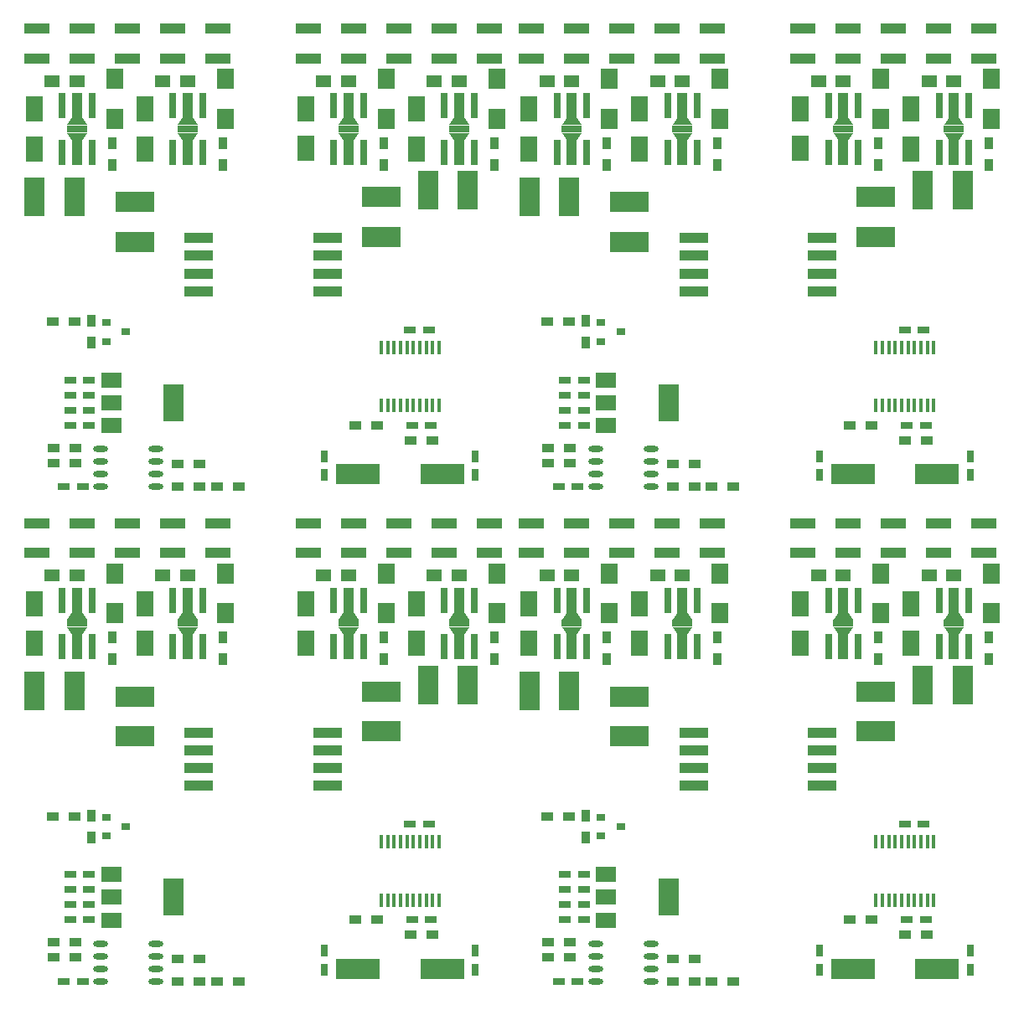
<source format=gtp>
G04 #@! TF.GenerationSoftware,KiCad,Pcbnew,5.1.4*
G04 #@! TF.CreationDate,2019-08-27T21:41:19+02:00*
G04 #@! TF.ProjectId,led_pixel_stm32f030_x4,6c65645f-7069-4786-956c-5f73746d3332,1.1*
G04 #@! TF.SameCoordinates,Original*
G04 #@! TF.FileFunction,Paste,Top*
G04 #@! TF.FilePolarity,Positive*
%FSLAX46Y46*%
G04 Gerber Fmt 4.6, Leading zero omitted, Abs format (unit mm)*
G04 Created by KiCad (PCBNEW 5.1.4) date 2019-08-27 21:41:19*
%MOMM*%
%LPD*%
G04 APERTURE LIST*
%ADD10R,2.500000X1.000000*%
%ADD11R,3.000000X1.000000*%
%ADD12R,1.500000X1.250000*%
%ADD13R,0.900000X0.800000*%
%ADD14R,1.200000X0.750000*%
%ADD15R,0.900000X1.200000*%
%ADD16R,1.800000X2.500000*%
%ADD17R,4.000000X2.000000*%
%ADD18R,1.700000X2.000000*%
%ADD19R,2.000000X3.800000*%
%ADD20R,2.000000X1.500000*%
%ADD21R,0.450000X1.450000*%
%ADD22R,2.000000X4.000000*%
%ADD23R,2.000000X0.800000*%
%ADD24C,0.750000*%
%ADD25C,0.100000*%
%ADD26R,1.000000X2.500000*%
%ADD27R,0.700000X2.500000*%
%ADD28R,1.200000X0.900000*%
%ADD29R,4.500000X2.000000*%
%ADD30R,0.750000X1.200000*%
%ADD31O,1.473200X0.609600*%
G04 APERTURE END LIST*
D10*
X134572000Y-106148000D03*
X134572000Y-109148000D03*
X125428000Y-109148000D03*
X125428000Y-106148000D03*
X120856000Y-109148000D03*
X120856000Y-106148000D03*
X116284000Y-109148000D03*
X116284000Y-106148000D03*
X111712000Y-109148000D03*
X111712000Y-106148000D03*
X107140000Y-106148000D03*
X107140000Y-109148000D03*
D11*
X123500000Y-127300000D03*
X123500000Y-130900000D03*
X123500000Y-132700000D03*
X136500000Y-132700000D03*
X136500000Y-130900000D03*
X136500000Y-127300000D03*
X123500000Y-129100000D03*
X136500000Y-129100000D03*
D12*
X119860000Y-111458000D03*
X122360000Y-111458000D03*
D13*
X114166400Y-135857200D03*
X114166400Y-137757200D03*
X116166400Y-136807200D03*
D12*
X147292000Y-111458000D03*
X149792000Y-111458000D03*
D14*
X110508000Y-141684000D03*
X112408000Y-141684000D03*
D10*
X152860000Y-109148000D03*
X152860000Y-106148000D03*
X148288000Y-106148000D03*
X148288000Y-109148000D03*
X143716000Y-106148000D03*
X143716000Y-109148000D03*
X139144000Y-106148000D03*
X139144000Y-109148000D03*
D15*
X125936000Y-119924000D03*
X125936000Y-117724000D03*
D16*
X145494000Y-118284000D03*
X145494000Y-114284000D03*
D17*
X141938000Y-127174000D03*
X141938000Y-123174000D03*
D12*
X138616000Y-111458000D03*
X136116000Y-111458000D03*
D18*
X115014000Y-111236000D03*
X115014000Y-115236000D03*
D15*
X112626400Y-137907200D03*
X112626400Y-135707200D03*
D14*
X146761200Y-136603800D03*
X144861200Y-136603800D03*
D15*
X114760000Y-117724000D03*
X114760000Y-119924000D03*
D19*
X120958000Y-143970000D03*
D20*
X114658000Y-143970000D03*
X114658000Y-146270000D03*
X114658000Y-141670000D03*
D21*
X141934000Y-144253000D03*
X142584000Y-144253000D03*
X143234000Y-144253000D03*
X143884000Y-144253000D03*
X144534000Y-144253000D03*
X145184000Y-144253000D03*
X145834000Y-144253000D03*
X146484000Y-144253000D03*
X147134000Y-144253000D03*
X147784000Y-144253000D03*
X147784000Y-138353000D03*
X147134000Y-138353000D03*
X146484000Y-138353000D03*
X145834000Y-138353000D03*
X145184000Y-138353000D03*
X144534000Y-138353000D03*
X143884000Y-138353000D03*
X143234000Y-138353000D03*
X142584000Y-138353000D03*
X141934000Y-138353000D03*
D22*
X150669000Y-122507000D03*
X146669000Y-122507000D03*
D23*
X149812000Y-116284000D03*
D24*
X149812000Y-117064000D03*
D25*
G36*
X150812000Y-116689000D02*
G01*
X150312000Y-117439000D01*
X149312000Y-117439000D01*
X148812000Y-116689000D01*
X150812000Y-116689000D01*
X150812000Y-116689000D01*
G37*
D26*
X149812000Y-113934000D03*
D27*
X151312000Y-118634000D03*
D26*
X149812000Y-118634000D03*
D27*
X148312000Y-118634000D03*
X151312000Y-113934000D03*
X148312000Y-113934000D03*
D24*
X149812000Y-115504000D03*
D25*
G36*
X148812000Y-115879000D02*
G01*
X149312000Y-115129000D01*
X150312000Y-115129000D01*
X150812000Y-115879000D01*
X148812000Y-115879000D01*
X148812000Y-115879000D01*
G37*
D28*
X121407000Y-152479000D03*
X123607000Y-152479000D03*
D14*
X145054500Y-146256000D03*
X146954500Y-146256000D03*
D16*
X118062000Y-114284000D03*
X118062000Y-118284000D03*
D14*
X112408000Y-143208000D03*
X110508000Y-143208000D03*
D29*
X139593000Y-151209000D03*
X148093000Y-151209000D03*
D23*
X138636000Y-116284000D03*
D24*
X138636000Y-117064000D03*
D25*
G36*
X139636000Y-116689000D02*
G01*
X139136000Y-117439000D01*
X138136000Y-117439000D01*
X137636000Y-116689000D01*
X139636000Y-116689000D01*
X139636000Y-116689000D01*
G37*
D26*
X138636000Y-113934000D03*
D27*
X140136000Y-118634000D03*
D26*
X138636000Y-118634000D03*
D27*
X137136000Y-118634000D03*
X140136000Y-113934000D03*
X137136000Y-113934000D03*
D24*
X138636000Y-115504000D03*
D25*
G36*
X137636000Y-115879000D02*
G01*
X138136000Y-115129000D01*
X139136000Y-115129000D01*
X139636000Y-115879000D01*
X137636000Y-115879000D01*
X137636000Y-115879000D01*
G37*
D28*
X141514000Y-146256000D03*
X139314000Y-146256000D03*
D18*
X153622000Y-111236000D03*
X153622000Y-115236000D03*
D30*
X136223000Y-151270000D03*
X136223000Y-149370000D03*
D28*
X108732400Y-135791200D03*
X110932400Y-135791200D03*
D14*
X112408000Y-146256000D03*
X110508000Y-146256000D03*
D28*
X111034000Y-150066000D03*
X108834000Y-150066000D03*
X127544000Y-152479000D03*
X125344000Y-152479000D03*
D16*
X134318000Y-114258600D03*
X134318000Y-118258600D03*
D30*
X151463000Y-149370000D03*
X151463000Y-151270000D03*
D15*
X142192000Y-117724000D03*
X142192000Y-119924000D03*
D31*
X119205000Y-152479000D03*
X119205000Y-151209000D03*
X119205000Y-149939000D03*
X119205000Y-148669000D03*
X113617000Y-148669000D03*
X113617000Y-149939000D03*
X113617000Y-151209000D03*
X113617000Y-152479000D03*
D28*
X147102000Y-147780000D03*
X144902000Y-147780000D03*
D15*
X153368000Y-119924000D03*
X153368000Y-117724000D03*
D16*
X106886000Y-118284000D03*
X106886000Y-114284000D03*
D14*
X110508000Y-144732000D03*
X112408000Y-144732000D03*
D18*
X126190000Y-115236000D03*
X126190000Y-111236000D03*
D17*
X117046000Y-123682000D03*
X117046000Y-127682000D03*
D23*
X122380000Y-116284000D03*
D24*
X122380000Y-117064000D03*
D25*
G36*
X123380000Y-116689000D02*
G01*
X122880000Y-117439000D01*
X121880000Y-117439000D01*
X121380000Y-116689000D01*
X123380000Y-116689000D01*
X123380000Y-116689000D01*
G37*
D26*
X122380000Y-113934000D03*
D27*
X123880000Y-118634000D03*
D26*
X122380000Y-118634000D03*
D27*
X120880000Y-118634000D03*
X123880000Y-113934000D03*
X120880000Y-113934000D03*
D24*
X122380000Y-115504000D03*
D25*
G36*
X121380000Y-115879000D02*
G01*
X121880000Y-115129000D01*
X122880000Y-115129000D01*
X123380000Y-115879000D01*
X121380000Y-115879000D01*
X121380000Y-115879000D01*
G37*
D14*
X111773000Y-152479000D03*
X109873000Y-152479000D03*
D28*
X111034000Y-148542000D03*
X108834000Y-148542000D03*
D12*
X108684000Y-111458000D03*
X111184000Y-111458000D03*
D23*
X111204000Y-116284000D03*
D24*
X111204000Y-117064000D03*
D25*
G36*
X112204000Y-116689000D02*
G01*
X111704000Y-117439000D01*
X110704000Y-117439000D01*
X110204000Y-116689000D01*
X112204000Y-116689000D01*
X112204000Y-116689000D01*
G37*
D26*
X111204000Y-113934000D03*
D27*
X112704000Y-118634000D03*
D26*
X111204000Y-118634000D03*
D27*
X109704000Y-118634000D03*
X112704000Y-113934000D03*
X109704000Y-113934000D03*
D24*
X111204000Y-115504000D03*
D25*
G36*
X110204000Y-115879000D02*
G01*
X110704000Y-115129000D01*
X111704000Y-115129000D01*
X112204000Y-115879000D01*
X110204000Y-115879000D01*
X110204000Y-115879000D01*
G37*
D28*
X123607000Y-150193000D03*
X121407000Y-150193000D03*
D18*
X142446000Y-115236000D03*
X142446000Y-111236000D03*
D22*
X106918000Y-123142000D03*
X110918000Y-123142000D03*
D10*
X84572000Y-106148000D03*
X84572000Y-109148000D03*
X75428000Y-109148000D03*
X75428000Y-106148000D03*
X70856000Y-109148000D03*
X70856000Y-106148000D03*
X66284000Y-109148000D03*
X66284000Y-106148000D03*
X61712000Y-109148000D03*
X61712000Y-106148000D03*
X57140000Y-106148000D03*
X57140000Y-109148000D03*
D11*
X73500000Y-127300000D03*
X73500000Y-130900000D03*
X73500000Y-132700000D03*
X86500000Y-132700000D03*
X86500000Y-130900000D03*
X86500000Y-127300000D03*
X73500000Y-129100000D03*
X86500000Y-129100000D03*
D12*
X69860000Y-111458000D03*
X72360000Y-111458000D03*
D13*
X64166400Y-135857200D03*
X64166400Y-137757200D03*
X66166400Y-136807200D03*
D12*
X97292000Y-111458000D03*
X99792000Y-111458000D03*
D14*
X60508000Y-141684000D03*
X62408000Y-141684000D03*
D10*
X102860000Y-109148000D03*
X102860000Y-106148000D03*
X98288000Y-106148000D03*
X98288000Y-109148000D03*
X93716000Y-106148000D03*
X93716000Y-109148000D03*
X89144000Y-106148000D03*
X89144000Y-109148000D03*
D15*
X75936000Y-119924000D03*
X75936000Y-117724000D03*
D16*
X95494000Y-118284000D03*
X95494000Y-114284000D03*
D17*
X91938000Y-127174000D03*
X91938000Y-123174000D03*
D12*
X88616000Y-111458000D03*
X86116000Y-111458000D03*
D18*
X65014000Y-111236000D03*
X65014000Y-115236000D03*
D15*
X62626400Y-137907200D03*
X62626400Y-135707200D03*
D14*
X96761200Y-136603800D03*
X94861200Y-136603800D03*
D15*
X64760000Y-117724000D03*
X64760000Y-119924000D03*
D19*
X70958000Y-143970000D03*
D20*
X64658000Y-143970000D03*
X64658000Y-146270000D03*
X64658000Y-141670000D03*
D21*
X91934000Y-144253000D03*
X92584000Y-144253000D03*
X93234000Y-144253000D03*
X93884000Y-144253000D03*
X94534000Y-144253000D03*
X95184000Y-144253000D03*
X95834000Y-144253000D03*
X96484000Y-144253000D03*
X97134000Y-144253000D03*
X97784000Y-144253000D03*
X97784000Y-138353000D03*
X97134000Y-138353000D03*
X96484000Y-138353000D03*
X95834000Y-138353000D03*
X95184000Y-138353000D03*
X94534000Y-138353000D03*
X93884000Y-138353000D03*
X93234000Y-138353000D03*
X92584000Y-138353000D03*
X91934000Y-138353000D03*
D22*
X100669000Y-122507000D03*
X96669000Y-122507000D03*
D23*
X99812000Y-116284000D03*
D24*
X99812000Y-117064000D03*
D25*
G36*
X100812000Y-116689000D02*
G01*
X100312000Y-117439000D01*
X99312000Y-117439000D01*
X98812000Y-116689000D01*
X100812000Y-116689000D01*
X100812000Y-116689000D01*
G37*
D26*
X99812000Y-113934000D03*
D27*
X101312000Y-118634000D03*
D26*
X99812000Y-118634000D03*
D27*
X98312000Y-118634000D03*
X101312000Y-113934000D03*
X98312000Y-113934000D03*
D24*
X99812000Y-115504000D03*
D25*
G36*
X98812000Y-115879000D02*
G01*
X99312000Y-115129000D01*
X100312000Y-115129000D01*
X100812000Y-115879000D01*
X98812000Y-115879000D01*
X98812000Y-115879000D01*
G37*
D28*
X71407000Y-152479000D03*
X73607000Y-152479000D03*
D14*
X95054500Y-146256000D03*
X96954500Y-146256000D03*
D16*
X68062000Y-114284000D03*
X68062000Y-118284000D03*
D14*
X62408000Y-143208000D03*
X60508000Y-143208000D03*
D29*
X89593000Y-151209000D03*
X98093000Y-151209000D03*
D23*
X88636000Y-116284000D03*
D24*
X88636000Y-117064000D03*
D25*
G36*
X89636000Y-116689000D02*
G01*
X89136000Y-117439000D01*
X88136000Y-117439000D01*
X87636000Y-116689000D01*
X89636000Y-116689000D01*
X89636000Y-116689000D01*
G37*
D26*
X88636000Y-113934000D03*
D27*
X90136000Y-118634000D03*
D26*
X88636000Y-118634000D03*
D27*
X87136000Y-118634000D03*
X90136000Y-113934000D03*
X87136000Y-113934000D03*
D24*
X88636000Y-115504000D03*
D25*
G36*
X87636000Y-115879000D02*
G01*
X88136000Y-115129000D01*
X89136000Y-115129000D01*
X89636000Y-115879000D01*
X87636000Y-115879000D01*
X87636000Y-115879000D01*
G37*
D28*
X91514000Y-146256000D03*
X89314000Y-146256000D03*
D18*
X103622000Y-111236000D03*
X103622000Y-115236000D03*
D30*
X86223000Y-151270000D03*
X86223000Y-149370000D03*
D28*
X58732400Y-135791200D03*
X60932400Y-135791200D03*
D14*
X62408000Y-146256000D03*
X60508000Y-146256000D03*
D28*
X61034000Y-150066000D03*
X58834000Y-150066000D03*
X77544000Y-152479000D03*
X75344000Y-152479000D03*
D16*
X84318000Y-114258600D03*
X84318000Y-118258600D03*
D30*
X101463000Y-149370000D03*
X101463000Y-151270000D03*
D15*
X92192000Y-117724000D03*
X92192000Y-119924000D03*
D31*
X69205000Y-152479000D03*
X69205000Y-151209000D03*
X69205000Y-149939000D03*
X69205000Y-148669000D03*
X63617000Y-148669000D03*
X63617000Y-149939000D03*
X63617000Y-151209000D03*
X63617000Y-152479000D03*
D28*
X97102000Y-147780000D03*
X94902000Y-147780000D03*
D15*
X103368000Y-119924000D03*
X103368000Y-117724000D03*
D16*
X56886000Y-118284000D03*
X56886000Y-114284000D03*
D14*
X60508000Y-144732000D03*
X62408000Y-144732000D03*
D18*
X76190000Y-115236000D03*
X76190000Y-111236000D03*
D17*
X67046000Y-123682000D03*
X67046000Y-127682000D03*
D23*
X72380000Y-116284000D03*
D24*
X72380000Y-117064000D03*
D25*
G36*
X73380000Y-116689000D02*
G01*
X72880000Y-117439000D01*
X71880000Y-117439000D01*
X71380000Y-116689000D01*
X73380000Y-116689000D01*
X73380000Y-116689000D01*
G37*
D26*
X72380000Y-113934000D03*
D27*
X73880000Y-118634000D03*
D26*
X72380000Y-118634000D03*
D27*
X70880000Y-118634000D03*
X73880000Y-113934000D03*
X70880000Y-113934000D03*
D24*
X72380000Y-115504000D03*
D25*
G36*
X71380000Y-115879000D02*
G01*
X71880000Y-115129000D01*
X72880000Y-115129000D01*
X73380000Y-115879000D01*
X71380000Y-115879000D01*
X71380000Y-115879000D01*
G37*
D14*
X61773000Y-152479000D03*
X59873000Y-152479000D03*
D28*
X61034000Y-148542000D03*
X58834000Y-148542000D03*
D12*
X58684000Y-111458000D03*
X61184000Y-111458000D03*
D23*
X61204000Y-116284000D03*
D24*
X61204000Y-117064000D03*
D25*
G36*
X62204000Y-116689000D02*
G01*
X61704000Y-117439000D01*
X60704000Y-117439000D01*
X60204000Y-116689000D01*
X62204000Y-116689000D01*
X62204000Y-116689000D01*
G37*
D26*
X61204000Y-113934000D03*
D27*
X62704000Y-118634000D03*
D26*
X61204000Y-118634000D03*
D27*
X59704000Y-118634000D03*
X62704000Y-113934000D03*
X59704000Y-113934000D03*
D24*
X61204000Y-115504000D03*
D25*
G36*
X60204000Y-115879000D02*
G01*
X60704000Y-115129000D01*
X61704000Y-115129000D01*
X62204000Y-115879000D01*
X60204000Y-115879000D01*
X60204000Y-115879000D01*
G37*
D28*
X73607000Y-150193000D03*
X71407000Y-150193000D03*
D18*
X92446000Y-115236000D03*
X92446000Y-111236000D03*
D22*
X56918000Y-123142000D03*
X60918000Y-123142000D03*
D10*
X134572000Y-56148000D03*
X134572000Y-59148000D03*
X125428000Y-59148000D03*
X125428000Y-56148000D03*
X120856000Y-59148000D03*
X120856000Y-56148000D03*
X116284000Y-59148000D03*
X116284000Y-56148000D03*
X111712000Y-59148000D03*
X111712000Y-56148000D03*
X107140000Y-56148000D03*
X107140000Y-59148000D03*
D11*
X123500000Y-77300000D03*
X123500000Y-80900000D03*
X123500000Y-82700000D03*
X136500000Y-82700000D03*
X136500000Y-80900000D03*
X136500000Y-77300000D03*
X123500000Y-79100000D03*
X136500000Y-79100000D03*
D12*
X119860000Y-61458000D03*
X122360000Y-61458000D03*
D13*
X114166400Y-85857200D03*
X114166400Y-87757200D03*
X116166400Y-86807200D03*
D12*
X147292000Y-61458000D03*
X149792000Y-61458000D03*
D14*
X110508000Y-91684000D03*
X112408000Y-91684000D03*
D10*
X152860000Y-59148000D03*
X152860000Y-56148000D03*
X148288000Y-56148000D03*
X148288000Y-59148000D03*
X143716000Y-56148000D03*
X143716000Y-59148000D03*
X139144000Y-56148000D03*
X139144000Y-59148000D03*
D15*
X125936000Y-69924000D03*
X125936000Y-67724000D03*
D16*
X145494000Y-68284000D03*
X145494000Y-64284000D03*
D17*
X141938000Y-77174000D03*
X141938000Y-73174000D03*
D12*
X138616000Y-61458000D03*
X136116000Y-61458000D03*
D18*
X115014000Y-61236000D03*
X115014000Y-65236000D03*
D15*
X112626400Y-87907200D03*
X112626400Y-85707200D03*
D14*
X146761200Y-86603800D03*
X144861200Y-86603800D03*
D15*
X114760000Y-67724000D03*
X114760000Y-69924000D03*
D19*
X120958000Y-93970000D03*
D20*
X114658000Y-93970000D03*
X114658000Y-96270000D03*
X114658000Y-91670000D03*
D21*
X141934000Y-94253000D03*
X142584000Y-94253000D03*
X143234000Y-94253000D03*
X143884000Y-94253000D03*
X144534000Y-94253000D03*
X145184000Y-94253000D03*
X145834000Y-94253000D03*
X146484000Y-94253000D03*
X147134000Y-94253000D03*
X147784000Y-94253000D03*
X147784000Y-88353000D03*
X147134000Y-88353000D03*
X146484000Y-88353000D03*
X145834000Y-88353000D03*
X145184000Y-88353000D03*
X144534000Y-88353000D03*
X143884000Y-88353000D03*
X143234000Y-88353000D03*
X142584000Y-88353000D03*
X141934000Y-88353000D03*
D22*
X150669000Y-72507000D03*
X146669000Y-72507000D03*
D23*
X149812000Y-66284000D03*
D24*
X149812000Y-67064000D03*
D25*
G36*
X150812000Y-66689000D02*
G01*
X150312000Y-67439000D01*
X149312000Y-67439000D01*
X148812000Y-66689000D01*
X150812000Y-66689000D01*
X150812000Y-66689000D01*
G37*
D26*
X149812000Y-63934000D03*
D27*
X151312000Y-68634000D03*
D26*
X149812000Y-68634000D03*
D27*
X148312000Y-68634000D03*
X151312000Y-63934000D03*
X148312000Y-63934000D03*
D24*
X149812000Y-65504000D03*
D25*
G36*
X148812000Y-65879000D02*
G01*
X149312000Y-65129000D01*
X150312000Y-65129000D01*
X150812000Y-65879000D01*
X148812000Y-65879000D01*
X148812000Y-65879000D01*
G37*
D28*
X121407000Y-102479000D03*
X123607000Y-102479000D03*
D14*
X145054500Y-96256000D03*
X146954500Y-96256000D03*
D16*
X118062000Y-64284000D03*
X118062000Y-68284000D03*
D14*
X112408000Y-93208000D03*
X110508000Y-93208000D03*
D29*
X139593000Y-101209000D03*
X148093000Y-101209000D03*
D23*
X138636000Y-66284000D03*
D24*
X138636000Y-67064000D03*
D25*
G36*
X139636000Y-66689000D02*
G01*
X139136000Y-67439000D01*
X138136000Y-67439000D01*
X137636000Y-66689000D01*
X139636000Y-66689000D01*
X139636000Y-66689000D01*
G37*
D26*
X138636000Y-63934000D03*
D27*
X140136000Y-68634000D03*
D26*
X138636000Y-68634000D03*
D27*
X137136000Y-68634000D03*
X140136000Y-63934000D03*
X137136000Y-63934000D03*
D24*
X138636000Y-65504000D03*
D25*
G36*
X137636000Y-65879000D02*
G01*
X138136000Y-65129000D01*
X139136000Y-65129000D01*
X139636000Y-65879000D01*
X137636000Y-65879000D01*
X137636000Y-65879000D01*
G37*
D28*
X141514000Y-96256000D03*
X139314000Y-96256000D03*
D18*
X153622000Y-61236000D03*
X153622000Y-65236000D03*
D30*
X136223000Y-101270000D03*
X136223000Y-99370000D03*
D28*
X108732400Y-85791200D03*
X110932400Y-85791200D03*
D14*
X112408000Y-96256000D03*
X110508000Y-96256000D03*
D28*
X111034000Y-100066000D03*
X108834000Y-100066000D03*
X127544000Y-102479000D03*
X125344000Y-102479000D03*
D16*
X134318000Y-64258600D03*
X134318000Y-68258600D03*
D30*
X151463000Y-99370000D03*
X151463000Y-101270000D03*
D15*
X142192000Y-67724000D03*
X142192000Y-69924000D03*
D31*
X119205000Y-102479000D03*
X119205000Y-101209000D03*
X119205000Y-99939000D03*
X119205000Y-98669000D03*
X113617000Y-98669000D03*
X113617000Y-99939000D03*
X113617000Y-101209000D03*
X113617000Y-102479000D03*
D28*
X147102000Y-97780000D03*
X144902000Y-97780000D03*
D15*
X153368000Y-69924000D03*
X153368000Y-67724000D03*
D16*
X106886000Y-68284000D03*
X106886000Y-64284000D03*
D14*
X110508000Y-94732000D03*
X112408000Y-94732000D03*
D18*
X126190000Y-65236000D03*
X126190000Y-61236000D03*
D17*
X117046000Y-73682000D03*
X117046000Y-77682000D03*
D23*
X122380000Y-66284000D03*
D24*
X122380000Y-67064000D03*
D25*
G36*
X123380000Y-66689000D02*
G01*
X122880000Y-67439000D01*
X121880000Y-67439000D01*
X121380000Y-66689000D01*
X123380000Y-66689000D01*
X123380000Y-66689000D01*
G37*
D26*
X122380000Y-63934000D03*
D27*
X123880000Y-68634000D03*
D26*
X122380000Y-68634000D03*
D27*
X120880000Y-68634000D03*
X123880000Y-63934000D03*
X120880000Y-63934000D03*
D24*
X122380000Y-65504000D03*
D25*
G36*
X121380000Y-65879000D02*
G01*
X121880000Y-65129000D01*
X122880000Y-65129000D01*
X123380000Y-65879000D01*
X121380000Y-65879000D01*
X121380000Y-65879000D01*
G37*
D14*
X111773000Y-102479000D03*
X109873000Y-102479000D03*
D28*
X111034000Y-98542000D03*
X108834000Y-98542000D03*
D12*
X108684000Y-61458000D03*
X111184000Y-61458000D03*
D23*
X111204000Y-66284000D03*
D24*
X111204000Y-67064000D03*
D25*
G36*
X112204000Y-66689000D02*
G01*
X111704000Y-67439000D01*
X110704000Y-67439000D01*
X110204000Y-66689000D01*
X112204000Y-66689000D01*
X112204000Y-66689000D01*
G37*
D26*
X111204000Y-63934000D03*
D27*
X112704000Y-68634000D03*
D26*
X111204000Y-68634000D03*
D27*
X109704000Y-68634000D03*
X112704000Y-63934000D03*
X109704000Y-63934000D03*
D24*
X111204000Y-65504000D03*
D25*
G36*
X110204000Y-65879000D02*
G01*
X110704000Y-65129000D01*
X111704000Y-65129000D01*
X112204000Y-65879000D01*
X110204000Y-65879000D01*
X110204000Y-65879000D01*
G37*
D28*
X123607000Y-100193000D03*
X121407000Y-100193000D03*
D18*
X142446000Y-65236000D03*
X142446000Y-61236000D03*
D22*
X106918000Y-73142000D03*
X110918000Y-73142000D03*
D11*
X86500000Y-79100000D03*
X73500000Y-79100000D03*
X86500000Y-77300000D03*
X86500000Y-80900000D03*
X86500000Y-82700000D03*
X73500000Y-82700000D03*
X73500000Y-80900000D03*
X73500000Y-77300000D03*
D22*
X60918000Y-73142000D03*
X56918000Y-73142000D03*
D13*
X66166400Y-86807200D03*
X64166400Y-87757200D03*
X64166400Y-85857200D03*
D14*
X59873000Y-102479000D03*
X61773000Y-102479000D03*
X94861200Y-86603800D03*
X96761200Y-86603800D03*
X96954500Y-96256000D03*
X95054500Y-96256000D03*
D30*
X86223000Y-99370000D03*
X86223000Y-101270000D03*
X101463000Y-101270000D03*
X101463000Y-99370000D03*
D14*
X62408000Y-94732000D03*
X60508000Y-94732000D03*
X60508000Y-96256000D03*
X62408000Y-96256000D03*
X60508000Y-93208000D03*
X62408000Y-93208000D03*
X62408000Y-91684000D03*
X60508000Y-91684000D03*
D12*
X99792000Y-61458000D03*
X97292000Y-61458000D03*
X72360000Y-61458000D03*
X69860000Y-61458000D03*
X86116000Y-61458000D03*
X88616000Y-61458000D03*
X61184000Y-61458000D03*
X58684000Y-61458000D03*
D16*
X95494000Y-64284000D03*
X95494000Y-68284000D03*
X68062000Y-68284000D03*
X68062000Y-64284000D03*
X84318000Y-68258600D03*
X84318000Y-64258600D03*
X56886000Y-64284000D03*
X56886000Y-68284000D03*
D22*
X96669000Y-72507000D03*
X100669000Y-72507000D03*
D17*
X67046000Y-77682000D03*
X67046000Y-73682000D03*
X91938000Y-73174000D03*
X91938000Y-77174000D03*
D28*
X89314000Y-96256000D03*
X91514000Y-96256000D03*
X71407000Y-100193000D03*
X73607000Y-100193000D03*
X60932400Y-85791200D03*
X58732400Y-85791200D03*
D15*
X62626400Y-85707200D03*
X62626400Y-87907200D03*
D28*
X73607000Y-102479000D03*
X71407000Y-102479000D03*
X58834000Y-100066000D03*
X61034000Y-100066000D03*
X75344000Y-102479000D03*
X77544000Y-102479000D03*
X58834000Y-98542000D03*
X61034000Y-98542000D03*
D18*
X103622000Y-65236000D03*
X103622000Y-61236000D03*
X76190000Y-61236000D03*
X76190000Y-65236000D03*
X92446000Y-61236000D03*
X92446000Y-65236000D03*
X65014000Y-65236000D03*
X65014000Y-61236000D03*
D15*
X103368000Y-67724000D03*
X103368000Y-69924000D03*
X75936000Y-67724000D03*
X75936000Y-69924000D03*
X92192000Y-69924000D03*
X92192000Y-67724000D03*
X64760000Y-69924000D03*
X64760000Y-67724000D03*
D21*
X91934000Y-88353000D03*
X92584000Y-88353000D03*
X93234000Y-88353000D03*
X93884000Y-88353000D03*
X94534000Y-88353000D03*
X95184000Y-88353000D03*
X95834000Y-88353000D03*
X96484000Y-88353000D03*
X97134000Y-88353000D03*
X97784000Y-88353000D03*
X97784000Y-94253000D03*
X97134000Y-94253000D03*
X96484000Y-94253000D03*
X95834000Y-94253000D03*
X95184000Y-94253000D03*
X94534000Y-94253000D03*
X93884000Y-94253000D03*
X93234000Y-94253000D03*
X92584000Y-94253000D03*
X91934000Y-94253000D03*
D31*
X63617000Y-102479000D03*
X63617000Y-101209000D03*
X63617000Y-99939000D03*
X63617000Y-98669000D03*
X69205000Y-98669000D03*
X69205000Y-99939000D03*
X69205000Y-101209000D03*
X69205000Y-102479000D03*
D20*
X64658000Y-91670000D03*
X64658000Y-96270000D03*
X64658000Y-93970000D03*
D19*
X70958000Y-93970000D03*
D24*
X99812000Y-65504000D03*
D25*
G36*
X98812000Y-65879000D02*
G01*
X99312000Y-65129000D01*
X100312000Y-65129000D01*
X100812000Y-65879000D01*
X98812000Y-65879000D01*
X98812000Y-65879000D01*
G37*
D27*
X98312000Y-63934000D03*
X101312000Y-63934000D03*
X98312000Y-68634000D03*
D26*
X99812000Y-68634000D03*
D27*
X101312000Y-68634000D03*
D26*
X99812000Y-63934000D03*
D24*
X99812000Y-67064000D03*
D25*
G36*
X100812000Y-66689000D02*
G01*
X100312000Y-67439000D01*
X99312000Y-67439000D01*
X98812000Y-66689000D01*
X100812000Y-66689000D01*
X100812000Y-66689000D01*
G37*
D23*
X99812000Y-66284000D03*
D24*
X72380000Y-65504000D03*
D25*
G36*
X71380000Y-65879000D02*
G01*
X71880000Y-65129000D01*
X72880000Y-65129000D01*
X73380000Y-65879000D01*
X71380000Y-65879000D01*
X71380000Y-65879000D01*
G37*
D27*
X70880000Y-63934000D03*
X73880000Y-63934000D03*
X70880000Y-68634000D03*
D26*
X72380000Y-68634000D03*
D27*
X73880000Y-68634000D03*
D26*
X72380000Y-63934000D03*
D24*
X72380000Y-67064000D03*
D25*
G36*
X73380000Y-66689000D02*
G01*
X72880000Y-67439000D01*
X71880000Y-67439000D01*
X71380000Y-66689000D01*
X73380000Y-66689000D01*
X73380000Y-66689000D01*
G37*
D23*
X72380000Y-66284000D03*
D24*
X88636000Y-65504000D03*
D25*
G36*
X87636000Y-65879000D02*
G01*
X88136000Y-65129000D01*
X89136000Y-65129000D01*
X89636000Y-65879000D01*
X87636000Y-65879000D01*
X87636000Y-65879000D01*
G37*
D27*
X87136000Y-63934000D03*
X90136000Y-63934000D03*
X87136000Y-68634000D03*
D26*
X88636000Y-68634000D03*
D27*
X90136000Y-68634000D03*
D26*
X88636000Y-63934000D03*
D24*
X88636000Y-67064000D03*
D25*
G36*
X89636000Y-66689000D02*
G01*
X89136000Y-67439000D01*
X88136000Y-67439000D01*
X87636000Y-66689000D01*
X89636000Y-66689000D01*
X89636000Y-66689000D01*
G37*
D23*
X88636000Y-66284000D03*
D24*
X61204000Y-65504000D03*
D25*
G36*
X60204000Y-65879000D02*
G01*
X60704000Y-65129000D01*
X61704000Y-65129000D01*
X62204000Y-65879000D01*
X60204000Y-65879000D01*
X60204000Y-65879000D01*
G37*
D27*
X59704000Y-63934000D03*
X62704000Y-63934000D03*
X59704000Y-68634000D03*
D26*
X61204000Y-68634000D03*
D27*
X62704000Y-68634000D03*
D26*
X61204000Y-63934000D03*
D24*
X61204000Y-67064000D03*
D25*
G36*
X62204000Y-66689000D02*
G01*
X61704000Y-67439000D01*
X60704000Y-67439000D01*
X60204000Y-66689000D01*
X62204000Y-66689000D01*
X62204000Y-66689000D01*
G37*
D23*
X61204000Y-66284000D03*
D29*
X98093000Y-101209000D03*
X89593000Y-101209000D03*
D28*
X94902000Y-97780000D03*
X97102000Y-97780000D03*
D10*
X57140000Y-59148000D03*
X57140000Y-56148000D03*
X61712000Y-56148000D03*
X61712000Y-59148000D03*
X66284000Y-56148000D03*
X66284000Y-59148000D03*
X70856000Y-56148000D03*
X70856000Y-59148000D03*
X75428000Y-56148000D03*
X75428000Y-59148000D03*
X84572000Y-59148000D03*
X84572000Y-56148000D03*
X89144000Y-59148000D03*
X89144000Y-56148000D03*
X93716000Y-59148000D03*
X93716000Y-56148000D03*
X98288000Y-59148000D03*
X98288000Y-56148000D03*
X102860000Y-56148000D03*
X102860000Y-59148000D03*
M02*

</source>
